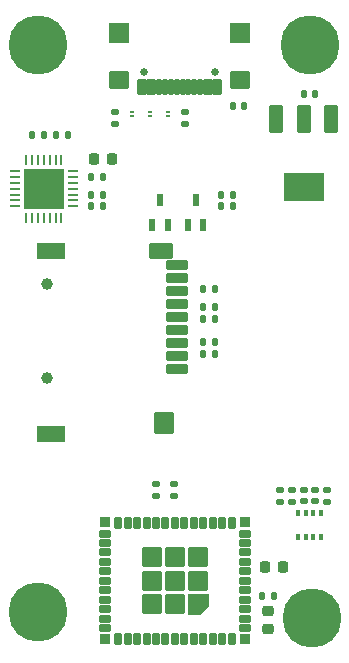
<source format=gbr>
%TF.GenerationSoftware,KiCad,Pcbnew,9.0.2*%
%TF.CreationDate,2025-12-09T17:01:46+01:00*%
%TF.ProjectId,datalogger,64617461-6c6f-4676-9765-722e6b696361,rev?*%
%TF.SameCoordinates,Original*%
%TF.FileFunction,Soldermask,Top*%
%TF.FilePolarity,Negative*%
%FSLAX46Y46*%
G04 Gerber Fmt 4.6, Leading zero omitted, Abs format (unit mm)*
G04 Created by KiCad (PCBNEW 9.0.2) date 2025-12-09 17:01:46*
%MOMM*%
%LPD*%
G01*
G04 APERTURE LIST*
G04 Aperture macros list*
%AMRoundRect*
0 Rectangle with rounded corners*
0 $1 Rounding radius*
0 $2 $3 $4 $5 $6 $7 $8 $9 X,Y pos of 4 corners*
0 Add a 4 corners polygon primitive as box body*
4,1,4,$2,$3,$4,$5,$6,$7,$8,$9,$2,$3,0*
0 Add four circle primitives for the rounded corners*
1,1,$1+$1,$2,$3*
1,1,$1+$1,$4,$5*
1,1,$1+$1,$6,$7*
1,1,$1+$1,$8,$9*
0 Add four rect primitives between the rounded corners*
20,1,$1+$1,$2,$3,$4,$5,0*
20,1,$1+$1,$4,$5,$6,$7,0*
20,1,$1+$1,$6,$7,$8,$9,0*
20,1,$1+$1,$8,$9,$2,$3,0*%
G04 Aperture macros list end*
%ADD10C,0.010000*%
%ADD11RoundRect,0.225000X0.225000X0.250000X-0.225000X0.250000X-0.225000X-0.250000X0.225000X-0.250000X0*%
%ADD12R,3.350000X3.350000*%
%ADD13RoundRect,0.062500X0.062500X0.337500X-0.062500X0.337500X-0.062500X-0.337500X0.062500X-0.337500X0*%
%ADD14RoundRect,0.062500X0.337500X0.062500X-0.337500X0.062500X-0.337500X-0.062500X0.337500X-0.062500X0*%
%ADD15RoundRect,0.135000X-0.135000X-0.185000X0.135000X-0.185000X0.135000X0.185000X-0.135000X0.185000X0*%
%ADD16RoundRect,0.135000X0.135000X0.185000X-0.135000X0.185000X-0.135000X-0.185000X0.135000X-0.185000X0*%
%ADD17C,0.800000*%
%ADD18C,5.000000*%
%ADD19R,0.500000X1.050000*%
%ADD20RoundRect,0.102000X0.400000X0.200000X-0.400000X0.200000X-0.400000X-0.200000X0.400000X-0.200000X0*%
%ADD21RoundRect,0.102000X0.200000X0.400000X-0.200000X0.400000X-0.200000X-0.400000X0.200000X-0.400000X0*%
%ADD22RoundRect,0.102000X0.725000X0.725000X-0.725000X0.725000X-0.725000X-0.725000X0.725000X-0.725000X0*%
%ADD23RoundRect,0.102000X0.350000X0.350000X-0.350000X0.350000X-0.350000X-0.350000X0.350000X-0.350000X0*%
%ADD24RoundRect,0.140000X-0.140000X-0.170000X0.140000X-0.170000X0.140000X0.170000X-0.140000X0.170000X0*%
%ADD25RoundRect,0.135000X0.185000X-0.135000X0.185000X0.135000X-0.185000X0.135000X-0.185000X-0.135000X0*%
%ADD26RoundRect,0.140000X0.170000X-0.140000X0.170000X0.140000X-0.170000X0.140000X-0.170000X-0.140000X0*%
%ADD27RoundRect,0.102000X-0.475000X1.075000X-0.475000X-1.075000X0.475000X-1.075000X0.475000X1.075000X0*%
%ADD28RoundRect,0.102000X-1.625000X1.075000X-1.625000X-1.075000X1.625000X-1.075000X1.625000X1.075000X0*%
%ADD29RoundRect,0.225000X0.250000X-0.225000X0.250000X0.225000X-0.250000X0.225000X-0.250000X-0.225000X0*%
%ADD30RoundRect,0.055000X0.095000X-0.055000X0.095000X0.055000X-0.095000X0.055000X-0.095000X-0.055000X0*%
%ADD31C,0.650000*%
%ADD32RoundRect,0.102000X0.300000X0.575000X-0.300000X0.575000X-0.300000X-0.575000X0.300000X-0.575000X0*%
%ADD33RoundRect,0.102000X0.150000X0.575000X-0.150000X0.575000X-0.150000X-0.575000X0.150000X-0.575000X0*%
%ADD34RoundRect,0.102000X0.775000X0.625000X-0.775000X0.625000X-0.775000X-0.625000X0.775000X-0.625000X0*%
%ADD35RoundRect,0.102000X0.775000X0.750000X-0.775000X0.750000X-0.775000X-0.750000X0.775000X-0.750000X0*%
%ADD36RoundRect,0.140000X0.140000X0.170000X-0.140000X0.170000X-0.140000X-0.170000X0.140000X-0.170000X0*%
%ADD37R,0.350000X0.500000*%
%ADD38RoundRect,0.225000X-0.225000X-0.250000X0.225000X-0.250000X0.225000X0.250000X-0.225000X0.250000X0*%
%ADD39C,1.000000*%
%ADD40RoundRect,0.102000X-0.800000X0.350000X-0.800000X-0.350000X0.800000X-0.350000X0.800000X0.350000X0*%
%ADD41RoundRect,0.102000X-0.900000X0.600000X-0.900000X-0.600000X0.900000X-0.600000X0.900000X0.600000X0*%
%ADD42RoundRect,0.102000X-0.750000X0.800000X-0.750000X-0.800000X0.750000X-0.800000X0.750000X0.800000X0*%
%ADD43RoundRect,0.102000X-1.100000X0.600000X-1.100000X-0.600000X1.100000X-0.600000X1.100000X0.600000X0*%
%ADD44RoundRect,0.135000X-0.185000X0.135000X-0.185000X-0.135000X0.185000X-0.135000X0.185000X0.135000X0*%
G04 APERTURE END LIST*
D10*
%TO.C,U3*%
X162900000Y-100340000D02*
X162240000Y-101000000D01*
X161250000Y-101000000D01*
X161250000Y-99350000D01*
X162900000Y-99350000D01*
X162900000Y-100340000D01*
G36*
X162900000Y-100340000D02*
G01*
X162240000Y-101000000D01*
X161250000Y-101000000D01*
X161250000Y-99350000D01*
X162900000Y-99350000D01*
X162900000Y-100340000D01*
G37*
%TD*%
D11*
%TO.C,C1*%
X154775000Y-62500000D03*
X153225000Y-62500000D03*
%TD*%
D12*
%TO.C,U2*%
X149000000Y-65000000D03*
D13*
X150500000Y-67450000D03*
X150000000Y-67450000D03*
X149500000Y-67450000D03*
X149000000Y-67450000D03*
X148500000Y-67450000D03*
X148000000Y-67450000D03*
X147500000Y-67450000D03*
D14*
X146550000Y-66500000D03*
X146550000Y-66000000D03*
X146550000Y-65500000D03*
X146550000Y-65000000D03*
X146550000Y-64500000D03*
X146550000Y-64000000D03*
X146550000Y-63500000D03*
D13*
X147500000Y-62550000D03*
X148000000Y-62550000D03*
X148500000Y-62550000D03*
X149000000Y-62550000D03*
X149500000Y-62550000D03*
X150000000Y-62550000D03*
X150500000Y-62550000D03*
D14*
X151450000Y-63500000D03*
X151450000Y-64000000D03*
X151450000Y-64500000D03*
X151450000Y-65000000D03*
X151450000Y-65500000D03*
X151450000Y-66000000D03*
X151450000Y-66500000D03*
%TD*%
D15*
%TO.C,R16*%
X162500000Y-73500000D03*
X163520000Y-73500000D03*
%TD*%
D16*
%TO.C,R15*%
X163530000Y-79000000D03*
X162510000Y-79000000D03*
%TD*%
D17*
%TO.C,H4*%
X146625000Y-100875000D03*
X147174175Y-99549175D03*
X147174175Y-102200825D03*
X148500000Y-99000000D03*
D18*
X148500000Y-100875000D03*
D17*
X148500000Y-102750000D03*
X149825825Y-99549175D03*
X149825825Y-102200825D03*
X150375000Y-100875000D03*
%TD*%
%TO.C,H3*%
X169799175Y-101325825D03*
X170348350Y-100000000D03*
X170348350Y-102651650D03*
X171674175Y-99450825D03*
D18*
X171674175Y-101325825D03*
D17*
X171674175Y-103200825D03*
X173000000Y-100000000D03*
X173000000Y-102651650D03*
X173549175Y-101325825D03*
%TD*%
%TO.C,H2*%
X146625000Y-52875000D03*
X147174175Y-51549175D03*
X147174175Y-54200825D03*
X148500000Y-51000000D03*
D18*
X148500000Y-52875000D03*
D17*
X148500000Y-54750000D03*
X149825825Y-51549175D03*
X149825825Y-54200825D03*
X150375000Y-52875000D03*
%TD*%
%TO.C,H1*%
X169625000Y-52875000D03*
X170174175Y-51549175D03*
X170174175Y-54200825D03*
X171500000Y-51000000D03*
D18*
X171500000Y-52875000D03*
D17*
X171500000Y-54750000D03*
X172825825Y-51549175D03*
X172825825Y-54200825D03*
X173375000Y-52875000D03*
%TD*%
D19*
%TO.C,Q2*%
X161200000Y-68100000D03*
X162500000Y-68100000D03*
X161850000Y-66000000D03*
%TD*%
D16*
%TO.C,R17*%
X163520000Y-78000000D03*
X162500000Y-78000000D03*
%TD*%
D20*
%TO.C,U3*%
X166000000Y-102200000D03*
X166000000Y-101400000D03*
X166000000Y-100600000D03*
X166000000Y-99800000D03*
X166000000Y-99000000D03*
X166000000Y-98200000D03*
X166000000Y-97400000D03*
X166000000Y-96600000D03*
X166000000Y-95800000D03*
X166000000Y-95000000D03*
X166000000Y-94200000D03*
D21*
X164900000Y-93300000D03*
X164100000Y-93300000D03*
X163300000Y-93300000D03*
X162500000Y-93300000D03*
X161700000Y-93300000D03*
X160900000Y-93300000D03*
X160100000Y-93300000D03*
X159300000Y-93300000D03*
X158500000Y-93300000D03*
X157700000Y-93300000D03*
X156900000Y-93300000D03*
X156100000Y-93300000D03*
X155300000Y-93300000D03*
D20*
X154200000Y-94200000D03*
X154200000Y-95000000D03*
X154200000Y-95800000D03*
X154200000Y-96600000D03*
X154200000Y-97400000D03*
X154200000Y-98200000D03*
X154200000Y-99000000D03*
X154200000Y-99800000D03*
X154200000Y-100600000D03*
X154200000Y-101400000D03*
X154200000Y-102200000D03*
D21*
X155300000Y-103100000D03*
X156100000Y-103100000D03*
X156900000Y-103100000D03*
X157700000Y-103100000D03*
X158500000Y-103100000D03*
X159300000Y-103100000D03*
X160100000Y-103100000D03*
X160900000Y-103100000D03*
X161700000Y-103100000D03*
X162500000Y-103100000D03*
X163300000Y-103100000D03*
X164100000Y-103100000D03*
X164900000Y-103100000D03*
D22*
X160100000Y-100175000D03*
X158125000Y-100175000D03*
X158125000Y-98200000D03*
X158125000Y-96225000D03*
X160100000Y-96225000D03*
X162075000Y-96225000D03*
X162075000Y-98200000D03*
X160100000Y-98200000D03*
D23*
X154150000Y-103150000D03*
X154150000Y-93250000D03*
X166050000Y-93250000D03*
X166050000Y-103150000D03*
%TD*%
D24*
%TO.C,C4*%
X171040000Y-57000000D03*
X172000000Y-57000000D03*
%TD*%
%TO.C,C8*%
X167520000Y-99500000D03*
X168480000Y-99500000D03*
%TD*%
D19*
%TO.C,Q1*%
X158200000Y-68100000D03*
X159500000Y-68100000D03*
X158850000Y-66000000D03*
%TD*%
D16*
%TO.C,R18*%
X163520000Y-76000000D03*
X162500000Y-76000000D03*
%TD*%
D25*
%TO.C,R9*%
X169000000Y-91510000D03*
X169000000Y-90490000D03*
%TD*%
D26*
%TO.C,C7*%
X171000000Y-91480000D03*
X171000000Y-90520000D03*
%TD*%
D15*
%TO.C,R6*%
X163990000Y-65500000D03*
X165010000Y-65500000D03*
%TD*%
D24*
%TO.C,C3*%
X165020000Y-58000000D03*
X165980000Y-58000000D03*
%TD*%
D25*
%TO.C,R1*%
X155000000Y-59500000D03*
X155000000Y-58480000D03*
%TD*%
D27*
%TO.C,U4*%
X173300000Y-59100000D03*
X171000000Y-59100000D03*
X168700000Y-59100000D03*
D28*
X171000000Y-64900000D03*
%TD*%
D29*
%TO.C,C5*%
X168000000Y-102275000D03*
X168000000Y-100725000D03*
%TD*%
D30*
%TO.C,D3*%
X156500000Y-58870000D03*
X156500000Y-58500000D03*
%TD*%
D16*
%TO.C,R5*%
X154000000Y-66500000D03*
X152980000Y-66500000D03*
%TD*%
D31*
%TO.C,J2*%
X163500000Y-55150000D03*
X157500000Y-55150000D03*
D32*
X163700000Y-56425000D03*
X162900000Y-56425000D03*
D33*
X161750000Y-56425000D03*
X160750000Y-56425000D03*
X160250000Y-56425000D03*
X159250000Y-56425000D03*
D32*
X157300000Y-56425000D03*
X158100000Y-56425000D03*
D33*
X158750000Y-56425000D03*
X159750000Y-56425000D03*
X161250000Y-56425000D03*
X162250000Y-56425000D03*
D34*
X165595000Y-55775000D03*
X155405000Y-55775000D03*
D35*
X165595000Y-51850000D03*
X155405000Y-51850000D03*
%TD*%
D15*
%TO.C,R7*%
X163990000Y-66500000D03*
X165010000Y-66500000D03*
%TD*%
D30*
%TO.C,D1*%
X158000000Y-58870000D03*
X158000000Y-58500000D03*
%TD*%
D24*
%TO.C,C10*%
X162500000Y-75000000D03*
X163460000Y-75000000D03*
%TD*%
D26*
%TO.C,C6*%
X172000000Y-91480000D03*
X172000000Y-90520000D03*
%TD*%
D16*
%TO.C,R3*%
X149000000Y-60500000D03*
X147980000Y-60500000D03*
%TD*%
D25*
%TO.C,R14*%
X170000000Y-91510000D03*
X170000000Y-90490000D03*
%TD*%
D36*
%TO.C,C2*%
X153980000Y-64000000D03*
X153020000Y-64000000D03*
%TD*%
D16*
%TO.C,R2*%
X151020000Y-60500000D03*
X150000000Y-60500000D03*
%TD*%
D30*
%TO.C,D2*%
X159500000Y-58870000D03*
X159500000Y-58500000D03*
%TD*%
D37*
%TO.C,U1*%
X172475000Y-94525000D03*
X171825000Y-94525000D03*
X171175000Y-94525000D03*
X170525000Y-94525000D03*
X170525000Y-92475000D03*
X171175000Y-92475000D03*
X171825000Y-92475000D03*
X172475000Y-92475000D03*
%TD*%
D25*
%TO.C,R11*%
X160000000Y-91010000D03*
X160000000Y-89990000D03*
%TD*%
%TO.C,R13*%
X158500000Y-91020000D03*
X158500000Y-90000000D03*
%TD*%
D38*
%TO.C,C9*%
X167725000Y-97000000D03*
X169275000Y-97000000D03*
%TD*%
D39*
%TO.C,J1*%
X149250000Y-73050000D03*
X149250000Y-81050000D03*
D40*
X160250000Y-80250000D03*
X160250000Y-79150000D03*
X160250000Y-78050000D03*
X160250000Y-76950000D03*
X160250000Y-75850000D03*
X160250000Y-74750000D03*
X160250000Y-73650000D03*
X160250000Y-72550000D03*
X160250000Y-71450000D03*
D41*
X158950000Y-70250000D03*
D42*
X159200000Y-84850000D03*
D43*
X149650000Y-70250000D03*
X149650000Y-85750000D03*
%TD*%
D15*
%TO.C,R4*%
X152990000Y-65500000D03*
X154010000Y-65500000D03*
%TD*%
D44*
%TO.C,R8*%
X173000000Y-90490000D03*
X173000000Y-91510000D03*
%TD*%
D25*
%TO.C,R10*%
X161000000Y-59520000D03*
X161000000Y-58500000D03*
%TD*%
M02*

</source>
